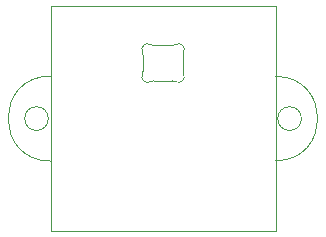
<source format=gbr>
%TF.GenerationSoftware,KiCad,Pcbnew,9.0.6*%
%TF.CreationDate,2025-12-02T18:26:22-08:00*%
%TF.ProjectId,pcb,7063622e-6b69-4636-9164-5f7063625858,rev?*%
%TF.SameCoordinates,Original*%
%TF.FileFunction,Profile,NP*%
%FSLAX46Y46*%
G04 Gerber Fmt 4.6, Leading zero omitted, Abs format (unit mm)*
G04 Created by KiCad (PCBNEW 9.0.6) date 2025-12-02 18:26:22*
%MOMM*%
%LPD*%
G01*
G04 APERTURE LIST*
%TA.AperFunction,Profile*%
%ADD10C,0.050000*%
%TD*%
%TA.AperFunction,Profile*%
%ADD11C,0.100000*%
%TD*%
G04 APERTURE END LIST*
D10*
X52196875Y-64293750D02*
G75*
G02*
X50196875Y-64293750I-1000000J0D01*
G01*
X50196875Y-64293750D02*
G75*
G02*
X52196875Y-64293750I1000000J0D01*
G01*
X30765625Y-64293750D02*
G75*
G02*
X28765625Y-64293750I-1000000J0D01*
G01*
X28765625Y-64293750D02*
G75*
G02*
X30765625Y-64293750I1000000J0D01*
G01*
X50006250Y-60721875D02*
G75*
G02*
X50006250Y-67865625I0J-3571875D01*
G01*
X30956250Y-67890192D02*
G75*
G02*
X30956250Y-60697308I0J3596442D01*
G01*
X30956250Y-73818750D02*
X30956250Y-54768750D01*
X50006250Y-73818750D02*
X30956250Y-73818750D01*
X50006250Y-54768750D02*
X50006250Y-73818750D01*
X30956250Y-54768750D02*
X50006250Y-54768750D01*
D11*
%TO.C,LED1*%
X38781301Y-58890859D02*
X38781301Y-60296543D01*
X39686848Y-61093700D02*
X41275753Y-61093700D01*
X41275752Y-58093701D02*
X39686848Y-58093701D01*
X42181299Y-60296543D02*
X42181299Y-58890859D01*
X38731816Y-58673981D02*
G75*
G02*
X38781301Y-58890858I-450505J-216876D01*
G01*
X38731816Y-58673981D02*
G75*
G02*
X39434589Y-58025404I450515J216877D01*
G01*
X38781301Y-60296543D02*
G75*
G02*
X38731816Y-60513421I-499990J-2D01*
G01*
X39434589Y-61162000D02*
G75*
G02*
X38731816Y-60513421I-252258J431701D01*
G01*
X39434589Y-61162000D02*
G75*
G02*
X39686847Y-61093701I252261J-431710D01*
G01*
X39686848Y-58093701D02*
G75*
G02*
X39434590Y-58025402I3J500009D01*
G01*
X41275753Y-61093700D02*
G75*
G02*
X41528011Y-61161999I-3J-500010D01*
G01*
X41528011Y-58025402D02*
G75*
G02*
X41275752Y-58093701I-252261J431712D01*
G01*
X41528011Y-58025402D02*
G75*
G02*
X42230781Y-58673981I252259J-431698D01*
G01*
X42181299Y-58890859D02*
G75*
G02*
X42230785Y-58673982I499991J-1D01*
G01*
X42230784Y-60513421D02*
G75*
G02*
X41528011Y-61162000I-450514J-216879D01*
G01*
X42230784Y-60513421D02*
G75*
G02*
X42181281Y-60296544I450516J216921D01*
G01*
%TD*%
M02*

</source>
